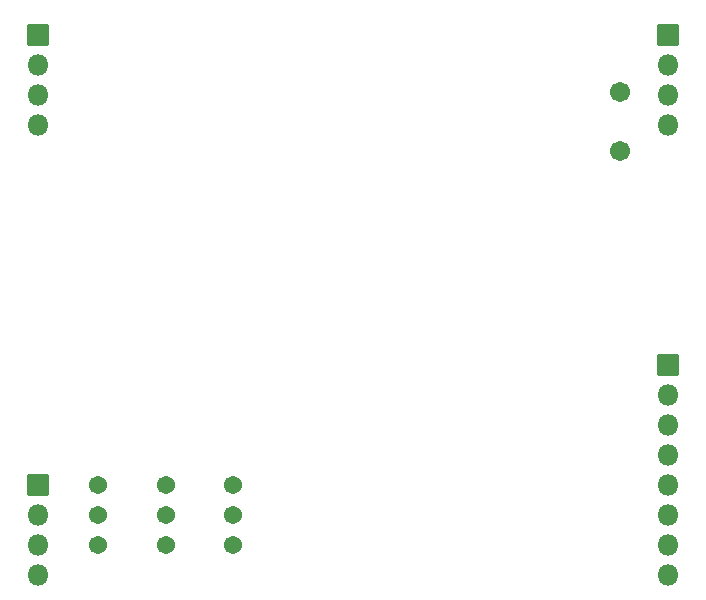
<source format=gbs>
G04 #@! TF.GenerationSoftware,KiCad,Pcbnew,5.1.12-84ad8e8a86~92~ubuntu20.04.1*
G04 #@! TF.CreationDate,2021-12-08T10:45:37-05:00*
G04 #@! TF.ProjectId,2164_phasor_plug_in_board,32313634-5f70-4686-9173-6f725f706c75,0.1*
G04 #@! TF.SameCoordinates,Original*
G04 #@! TF.FileFunction,Soldermask,Bot*
G04 #@! TF.FilePolarity,Negative*
%FSLAX46Y46*%
G04 Gerber Fmt 4.6, Leading zero omitted, Abs format (unit mm)*
G04 Created by KiCad (PCBNEW 5.1.12-84ad8e8a86~92~ubuntu20.04.1) date 2021-12-08 10:45:37*
%MOMM*%
%LPD*%
G01*
G04 APERTURE LIST*
%ADD10C,1.702000*%
%ADD11C,1.542000*%
%ADD12O,1.802000X1.802000*%
G04 APERTURE END LIST*
D10*
X143256000Y-78406000D03*
X143256000Y-73406000D03*
D11*
X104775000Y-106680000D03*
X104775000Y-109220000D03*
X104775000Y-111760000D03*
X99060000Y-106680000D03*
X99060000Y-109220000D03*
X99060000Y-111760000D03*
X110490000Y-106680000D03*
X110490000Y-109220000D03*
X110490000Y-111760000D03*
D12*
X147320000Y-114300000D03*
X147320000Y-111760000D03*
X147320000Y-109220000D03*
X147320000Y-106680000D03*
X147320000Y-104140000D03*
X147320000Y-101600000D03*
X147320000Y-99060000D03*
G36*
G01*
X148221000Y-95670000D02*
X148221000Y-97370000D01*
G75*
G02*
X148170000Y-97421000I-51000J0D01*
G01*
X146470000Y-97421000D01*
G75*
G02*
X146419000Y-97370000I0J51000D01*
G01*
X146419000Y-95670000D01*
G75*
G02*
X146470000Y-95619000I51000J0D01*
G01*
X148170000Y-95619000D01*
G75*
G02*
X148221000Y-95670000I0J-51000D01*
G01*
G37*
X147320000Y-76200000D03*
X147320000Y-73660000D03*
X147320000Y-71120000D03*
G36*
G01*
X148221000Y-67730000D02*
X148221000Y-69430000D01*
G75*
G02*
X148170000Y-69481000I-51000J0D01*
G01*
X146470000Y-69481000D01*
G75*
G02*
X146419000Y-69430000I0J51000D01*
G01*
X146419000Y-67730000D01*
G75*
G02*
X146470000Y-67679000I51000J0D01*
G01*
X148170000Y-67679000D01*
G75*
G02*
X148221000Y-67730000I0J-51000D01*
G01*
G37*
X93980000Y-114300000D03*
X93980000Y-111760000D03*
X93980000Y-109220000D03*
G36*
G01*
X94881000Y-105830000D02*
X94881000Y-107530000D01*
G75*
G02*
X94830000Y-107581000I-51000J0D01*
G01*
X93130000Y-107581000D01*
G75*
G02*
X93079000Y-107530000I0J51000D01*
G01*
X93079000Y-105830000D01*
G75*
G02*
X93130000Y-105779000I51000J0D01*
G01*
X94830000Y-105779000D01*
G75*
G02*
X94881000Y-105830000I0J-51000D01*
G01*
G37*
X93980000Y-76200000D03*
X93980000Y-73660000D03*
X93980000Y-71120000D03*
G36*
G01*
X94881000Y-67730000D02*
X94881000Y-69430000D01*
G75*
G02*
X94830000Y-69481000I-51000J0D01*
G01*
X93130000Y-69481000D01*
G75*
G02*
X93079000Y-69430000I0J51000D01*
G01*
X93079000Y-67730000D01*
G75*
G02*
X93130000Y-67679000I51000J0D01*
G01*
X94830000Y-67679000D01*
G75*
G02*
X94881000Y-67730000I0J-51000D01*
G01*
G37*
M02*

</source>
